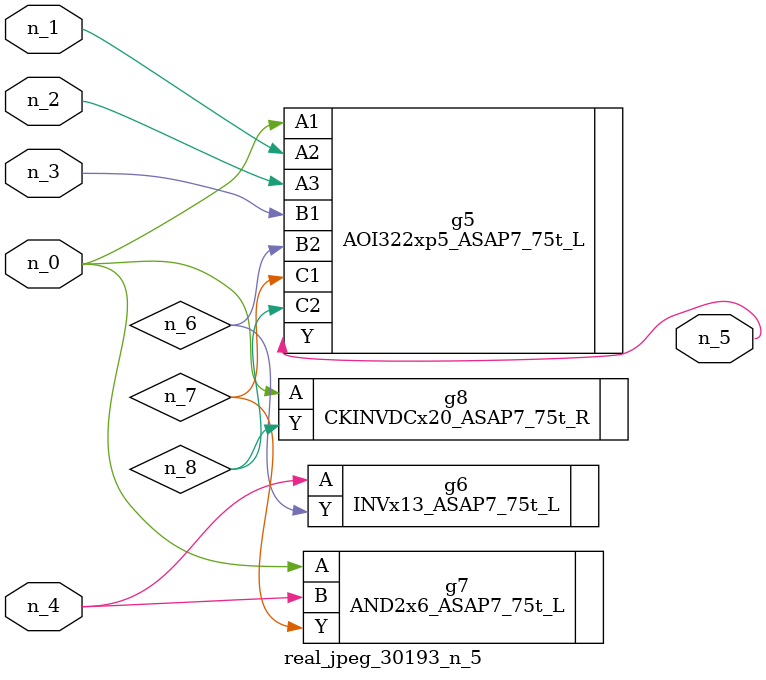
<source format=v>
module real_jpeg_30193_n_5 (n_4, n_0, n_1, n_2, n_3, n_5);

input n_4;
input n_0;
input n_1;
input n_2;
input n_3;

output n_5;

wire n_8;
wire n_6;
wire n_7;

AOI322xp5_ASAP7_75t_L g5 ( 
.A1(n_0),
.A2(n_1),
.A3(n_2),
.B1(n_3),
.B2(n_6),
.C1(n_7),
.C2(n_8),
.Y(n_5)
);

AND2x6_ASAP7_75t_L g7 ( 
.A(n_0),
.B(n_4),
.Y(n_7)
);

CKINVDCx20_ASAP7_75t_R g8 ( 
.A(n_0),
.Y(n_8)
);

INVx13_ASAP7_75t_L g6 ( 
.A(n_4),
.Y(n_6)
);


endmodule
</source>
